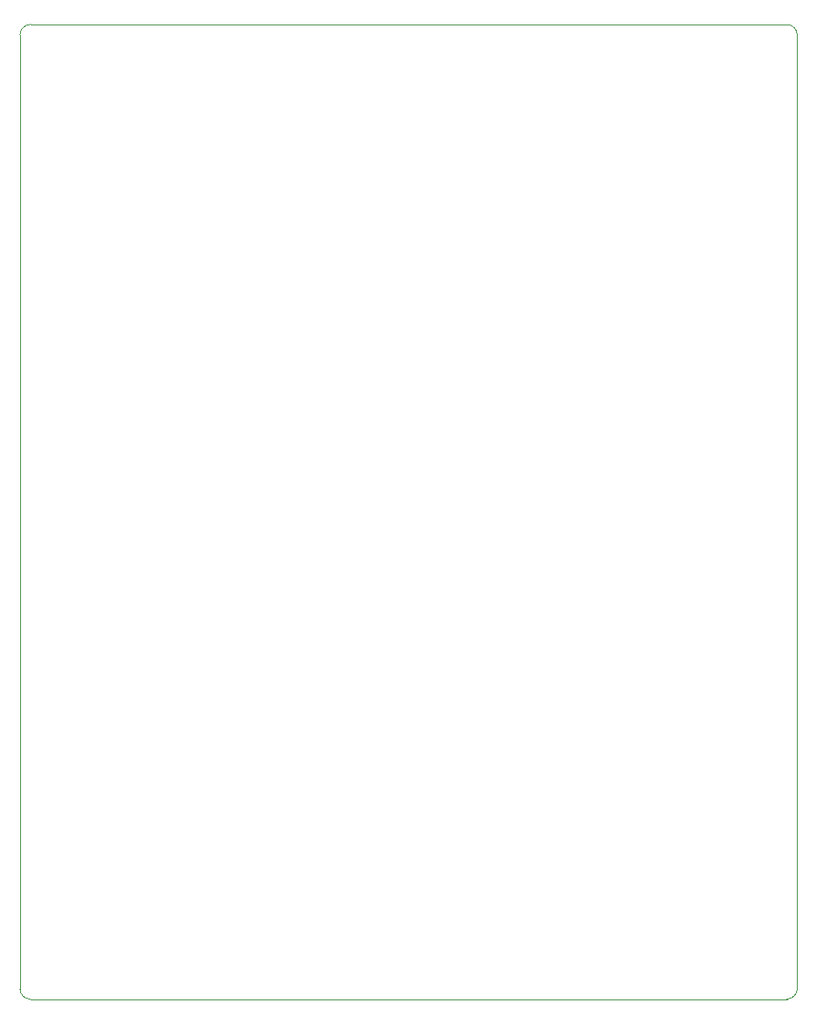
<source format=gbr>
G04 #@! TF.GenerationSoftware,KiCad,Pcbnew,(5.1.7)-1*
G04 #@! TF.CreationDate,2020-12-29T23:31:17-08:00*
G04 #@! TF.ProjectId,base,62617365-2e6b-4696-9361-645f70636258,rev?*
G04 #@! TF.SameCoordinates,Original*
G04 #@! TF.FileFunction,Profile,NP*
%FSLAX46Y46*%
G04 Gerber Fmt 4.6, Leading zero omitted, Abs format (unit mm)*
G04 Created by KiCad (PCBNEW (5.1.7)-1) date 2020-12-29 23:31:17*
%MOMM*%
%LPD*%
G01*
G04 APERTURE LIST*
G04 #@! TA.AperFunction,Profile*
%ADD10C,0.100000*%
G04 #@! TD*
G04 APERTURE END LIST*
D10*
X155250000Y-136950161D02*
X109150200Y-136950161D01*
X108150200Y-43750000D02*
G75*
G02*
X109150200Y-42750000I1000000J0D01*
G01*
X108150200Y-135950161D02*
X108150200Y-51750000D01*
X183300000Y-135950161D02*
X183300000Y-43750000D01*
X182300000Y-42750000D02*
G75*
G02*
X183300000Y-43750000I0J-1000000D01*
G01*
X109150200Y-42750000D02*
X182300000Y-42750000D01*
X183300000Y-135950161D02*
G75*
G02*
X182300000Y-136950161I-1000000J0D01*
G01*
X109150200Y-136950161D02*
G75*
G02*
X108150200Y-135950161I0J1000000D01*
G01*
X155250000Y-136950161D02*
X182300000Y-136950161D01*
X108150200Y-51750000D02*
X108150200Y-43750000D01*
M02*

</source>
